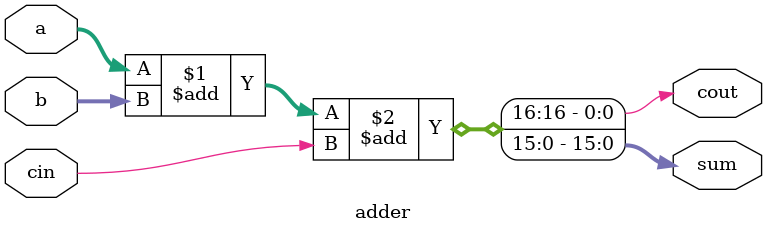
<source format=v>
module adder(cout,sum,a,b,cin);
parameter size=16;
output cout;
output[size-1:0] sum;
input cin;
input[size-1:0] a,b;
assign {cout,sum}=a+b+cin;
endmodule
</source>
